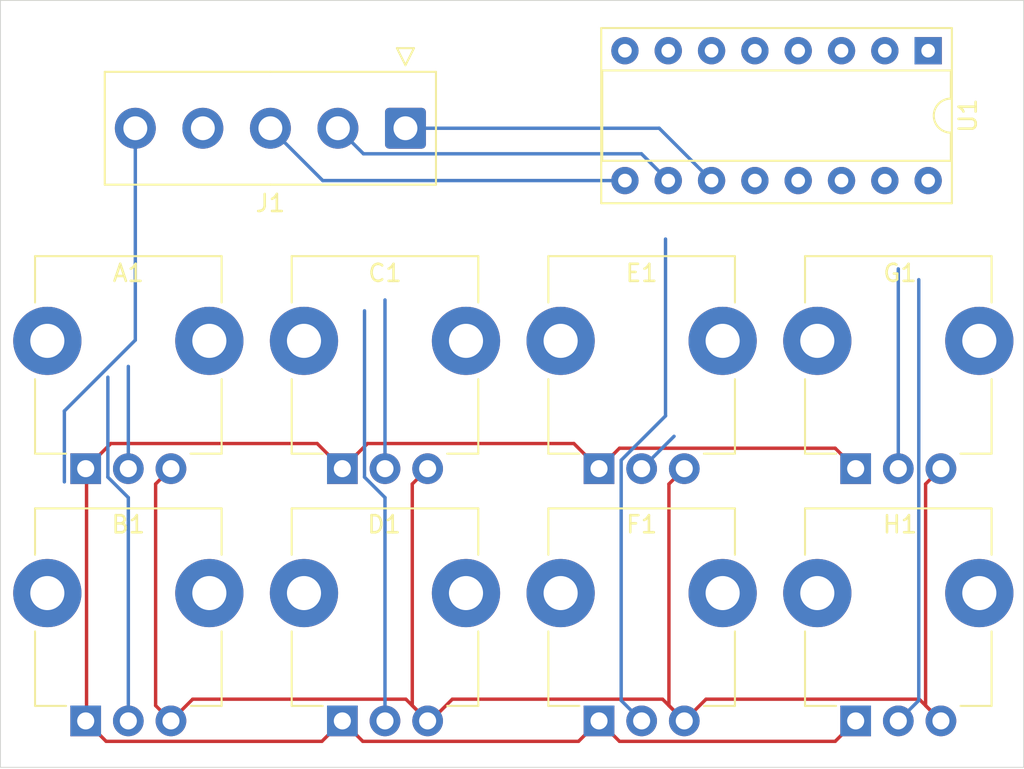
<source format=kicad_pcb>
(kicad_pcb (version 20240108) (generator "pcbnew") (generator_version "8.0")
  (layers (0 "F.Cu" signal) (31 "B.Cu" signal) (34 "B.Paste" user) (35 "F.Paste" user) (36 "B.SilkS" user "B.Silkscreen") (37 "F.SilkS" user "F.Silkscreen") (38 "B.Mask" user) (39 "F.Mask" user) (44 "Edge.Cuts" user))
  (net 0 "")
  (net 1 "Pot A")
  (net 2 "GND")
  (net 3 "+5V")
  (net 4 "Pot B")
  (net 5 "Pot C")
  (net 6 "Pot D")
  (net 7 "Pot E")
  (net 8 "Pot F")
  (net 9 "Pot G")
  (net 10 "Pot H")
  (net 16 "DA")
  (net 17 "DC")
  (net 18 "DB")
  (footprint "Potentiometer_THT:Potentiometer_TT_P0915N" (layer "F.Cu") (at 145.05 91.275)
    (property "Reference" "D1" (at 2.45 -11.525 0) (layer "F.SilkS"))
    (property "Value" "Pot")
    (fp_line (start -2.97 -12.47) (end -2.97 -9.75) (stroke (width 0.12)) (layer "F.SilkS"))
    (fp_line (start -2.97 -5.25) (end -2.97 -0.88) (stroke (width 0.12)) (layer "F.SilkS"))
    (fp_line (start -1.15 -0.88) (end -2.97 -0.88) (stroke (width 0.12)) (layer "F.SilkS"))
    (fp_line (start 7.97 -12.47) (end -2.97 -12.47) (stroke (width 0.12)) (layer "F.SilkS"))
    (fp_line (start 7.97 -12.47) (end 7.97 -9.75) (stroke (width 0.12)) (layer "F.SilkS"))
    (fp_line (start 7.97 -5.25) (end 7.97 -0.88) (stroke (width 0.12)) (layer "F.SilkS"))
    (fp_line (start 7.97 -0.88) (end 6.15 -0.88) (stroke (width 0.12)) (layer "F.SilkS"))
    (pad "" thru_hole oval (at -2.25 -7.5) (size 4 4) (drill 2) (layers "*.Cu" "*.Mask"))
    (pad "" thru_hole oval (at 7.25 -7.5) (size 4 4) (drill 2) (layers "*.Cu" "*.Mask"))
    (pad "1" thru_hole rect (at 0 0) (size 1.8 1.8) (drill 1) (layers "*.Cu" "*.Mask") (net 3 "+5V"))
    (pad "2" thru_hole circle (at 2.5 0) (size 1.8 1.8) (drill 1) (layers "*.Cu" "*.Mask") (net 6 "Pot D"))
    (pad "3" thru_hole circle (at 5 0) (size 1.8 1.8) (drill 1) (layers "*.Cu" "*.Mask") (net 2 "GND"))
  )
  (footprint "Potentiometer_THT:Potentiometer_TT_P0915N" (layer "F.Cu") (at 145.05 76.475)
    (property "Reference" "C1" (at 2.5 -11.475 0) (layer "F.SilkS"))
    (property "Value" "Pot")
    (fp_line (start -2.97 -12.47) (end -2.97 -9.75) (stroke (width 0.12)) (layer "F.SilkS"))
    (fp_line (start -2.97 -5.25) (end -2.97 -0.88) (stroke (width 0.12)) (layer "F.SilkS"))
    (fp_line (start -1.15 -0.88) (end -2.97 -0.88) (stroke (width 0.12)) (layer "F.SilkS"))
    (fp_line (start 7.97 -12.47) (end -2.97 -12.47) (stroke (width 0.12)) (layer "F.SilkS"))
    (fp_line (start 7.97 -12.47) (end 7.97 -9.75) (stroke (width 0.12)) (layer "F.SilkS"))
    (fp_line (start 7.97 -5.25) (end 7.97 -0.88) (stroke (width 0.12)) (layer "F.SilkS"))
    (fp_line (start 7.97 -0.88) (end 6.15 -0.88) (stroke (width 0.12)) (layer "F.SilkS"))
    (pad "" thru_hole oval (at -2.25 -7.5) (size 4 4) (drill 2) (layers "*.Cu" "*.Mask"))
    (pad "" thru_hole oval (at 7.25 -7.5) (size 4 4) (drill 2) (layers "*.Cu" "*.Mask"))
    (pad "1" thru_hole rect (at 0 0) (size 1.8 1.8) (drill 1) (layers "*.Cu" "*.Mask") (net 3 "+5V"))
    (pad "2" thru_hole circle (at 2.5 0) (size 1.8 1.8) (drill 1) (layers "*.Cu" "*.Mask") (net 5 "Pot C"))
    (pad "3" thru_hole circle (at 5 0) (size 1.8 1.8) (drill 1) (layers "*.Cu" "*.Mask") (net 2 "GND"))
  )
  (footprint "Potentiometer_THT:Potentiometer_TT_P0915N" (layer "F.Cu") (at 130 91.275)
    (property "Reference" "B1" (at 2.5 -11.525 0) (layer "F.SilkS"))
    (property "Value" "Pot")
    (fp_line (start -2.97 -12.47) (end -2.97 -9.75) (stroke (width 0.12)) (layer "F.SilkS"))
    (fp_line (start -2.97 -5.25) (end -2.97 -0.88) (stroke (width 0.12)) (layer "F.SilkS"))
    (fp_line (start -1.15 -0.88) (end -2.97 -0.88) (stroke (width 0.12)) (layer "F.SilkS"))
    (fp_line (start 7.97 -12.47) (end -2.97 -12.47) (stroke (width 0.12)) (layer "F.SilkS"))
    (fp_line (start 7.97 -12.47) (end 7.97 -9.75) (stroke (width 0.12)) (layer "F.SilkS"))
    (fp_line (start 7.97 -5.25) (end 7.97 -0.88) (stroke (width 0.12)) (layer "F.SilkS"))
    (fp_line (start 7.97 -0.88) (end 6.15 -0.88) (stroke (width 0.12)) (layer "F.SilkS"))
    (pad "" thru_hole oval (at -2.25 -7.5) (size 4 4) (drill 2) (layers "*.Cu" "*.Mask"))
    (pad "" thru_hole oval (at 7.25 -7.5) (size 4 4) (drill 2) (layers "*.Cu" "*.Mask"))
    (pad "1" thru_hole rect (at 0 0) (size 1.8 1.8) (drill 1) (layers "*.Cu" "*.Mask") (net 3 "+5V"))
    (pad "2" thru_hole circle (at 2.5 0) (size 1.8 1.8) (drill 1) (layers "*.Cu" "*.Mask") (net 4 "Pot B"))
    (pad "3" thru_hole circle (at 5 0) (size 1.8 1.8) (drill 1) (layers "*.Cu" "*.Mask") (net 2 "GND"))
  )
  (footprint "Potentiometer_THT:Potentiometer_TT_P0915N" (layer "F.Cu") (at 175.15 91.275)
    (property "Reference" "H1" (at 2.6 -11.525 0) (layer "F.SilkS"))
    (property "Value" "Pot")
    (fp_line (start -2.97 -12.47) (end -2.97 -9.75) (stroke (width 0.12)) (layer "F.SilkS"))
    (fp_line (start -2.97 -5.25) (end -2.97 -0.88) (stroke (width 0.12)) (layer "F.SilkS"))
    (fp_line (start -1.15 -0.88) (end -2.97 -0.88) (stroke (width 0.12)) (layer "F.SilkS"))
    (fp_line (start 7.97 -12.47) (end -2.97 -12.47) (stroke (width 0.12)) (layer "F.SilkS"))
    (fp_line (start 7.97 -12.47) (end 7.97 -9.75) (stroke (width 0.12)) (layer "F.SilkS"))
    (fp_line (start 7.97 -5.25) (end 7.97 -0.88) (stroke (width 0.12)) (layer "F.SilkS"))
    (fp_line (start 7.97 -0.88) (end 6.15 -0.88) (stroke (width 0.12)) (layer "F.SilkS"))
    (pad "" thru_hole oval (at -2.25 -7.5) (size 4 4) (drill 2) (layers "*.Cu" "*.Mask"))
    (pad "" thru_hole oval (at 7.25 -7.5) (size 4 4) (drill 2) (layers "*.Cu" "*.Mask"))
    (pad "1" thru_hole rect (at 0 0) (size 1.8 1.8) (drill 1) (layers "*.Cu" "*.Mask") (net 3 "+5V"))
    (pad "2" thru_hole circle (at 2.5 0) (size 1.8 1.8) (drill 1) (layers "*.Cu" "*.Mask") (net 10 "Pot H"))
    (pad "3" thru_hole circle (at 5 0) (size 1.8 1.8) (drill 1) (layers "*.Cu" "*.Mask") (net 2 "GND"))
  )
  (footprint "Package_DIP:DIP-16_W7.62mm_Socket" (layer "F.Cu") (at 179.4 51.95 -90)
    (property "Reference" "U1" (at 3.81 -2.33 90) (layer "F.SilkS"))
    (property "Value" "4051")
    (fp_line (start -1.33 19.17) (end 8.95 19.17) (stroke (width 0.12)) (layer "F.SilkS"))
    (fp_line (start 8.95 19.17) (end 8.95 -1.39) (stroke (width 0.12)) (layer "F.SilkS"))
    (fp_line (start 1.16 19.11) (end 6.46 19.11) (stroke (width 0.12)) (layer "F.SilkS"))
    (fp_line (start 6.46 19.11) (end 6.46 -1.33) (stroke (width 0.12)) (layer "F.SilkS"))
    (fp_line (start 1.16 -1.33) (end 1.16 19.11) (stroke (width 0.12)) (layer "F.SilkS"))
    (fp_line (start 2.81 -1.33) (end 1.16 -1.33) (stroke (width 0.12)) (layer "F.SilkS"))
    (fp_line (start 6.46 -1.33) (end 4.81 -1.33) (stroke (width 0.12)) (layer "F.SilkS"))
    (fp_line (start -1.33 -1.39) (end -1.33 19.17) (stroke (width 0.12)) (layer "F.SilkS"))
    (fp_line (start 8.95 -1.39) (end -1.33 -1.39) (stroke (width 0.12)) (layer "F.SilkS"))
    (fp_arc (start 4.81 -1.33) (mid 3.81 -0.33) (end 2.81 -1.33) (stroke (width 0.12)) (layer "F.SilkS"))
    (pad "1" thru_hole rect (at 0 0 270) (size 1.6 1.6) (drill 0.8) (layers "*.Cu" "*.Mask") (net 7 "Pot E"))
    (pad "2" thru_hole oval (at 0 2.54 270) (size 1.6 1.6) (drill 0.8) (layers "*.Cu" "*.Mask") (net 9 "Pot G"))
    (pad "3" thru_hole oval (at 0 5.08 270) (size 1.6 1.6) (drill 0.8) (layers "*.Cu" "*.Mask"))
    (pad "4" thru_hole oval (at 0 7.62 270) (size 1.6 1.6) (drill 0.8) (layers "*.Cu" "*.Mask") (net 10 "Pot H"))
    (pad "5" thru_hole oval (at 0 10.16 270) (size 1.6 1.6) (drill 0.8) (layers "*.Cu" "*.Mask") (net 8 "Pot F"))
    (pad "6" thru_hole oval (at 0 12.7 270) (size 1.6 1.6) (drill 0.8) (layers "*.Cu" "*.Mask"))
    (pad "7" thru_hole oval (at 0 15.24 270) (size 1.6 1.6) (drill 0.8) (layers "*.Cu" "*.Mask"))
    (pad "8" thru_hole oval (at 0 17.78 270) (size 1.6 1.6) (drill 0.8) (layers "*.Cu" "*.Mask"))
    (pad "9" thru_hole oval (at 7.62 17.78 270) (size 1.6 1.6) (drill 0.8) (layers "*.Cu" "*.Mask") (net 17 "DC"))
    (pad "10" thru_hole oval (at 7.62 15.24 270) (size 1.6 1.6) (drill 0.8) (layers "*.Cu" "*.Mask") (net 18 "DB"))
    (pad "11" thru_hole oval (at 7.62 12.7 270) (size 1.6 1.6) (drill 0.8) (layers "*.Cu" "*.Mask") (net 16 "DA"))
    (pad "12" thru_hole oval (at 7.62 10.16 270) (size 1.6 1.6) (drill 0.8) (layers "*.Cu" "*.Mask") (net 6 "Pot D"))
    (pad "13" thru_hole oval (at 7.62 7.62 270) (size 1.6 1.6) (drill 0.8) (layers "*.Cu" "*.Mask") (net 1 "Pot A"))
    (pad "14" thru_hole oval (at 7.62 5.08 270) (size 1.6 1.6) (drill 0.8) (layers "*.Cu" "*.Mask") (net 4 "Pot B"))
    (pad "15" thru_hole oval (at 7.62 2.54 270) (size 1.6 1.6) (drill 0.8) (layers "*.Cu" "*.Mask") (net 5 "Pot C"))
    (pad "16" thru_hole oval (at 7.62 0 270) (size 1.6 1.6) (drill 0.8) (layers "*.Cu" "*.Mask"))
  )
  (footprint "Potentiometer_THT:Potentiometer_TT_P0915N" (layer "F.Cu") (at 175.15 76.475)
    (property "Reference" "G1" (at 2.6 -11.475 0) (layer "F.SilkS"))
    (property "Value" "Pot")
    (fp_line (start -2.97 -12.47) (end -2.97 -9.75) (stroke (width 0.12)) (layer "F.SilkS"))
    (fp_line (start -2.97 -5.25) (end -2.97 -0.88) (stroke (width 0.12)) (layer "F.SilkS"))
    (fp_line (start -1.15 -0.88) (end -2.97 -0.88) (stroke (width 0.12)) (layer "F.SilkS"))
    (fp_line (start 7.97 -12.47) (end -2.97 -12.47) (stroke (width 0.12)) (layer "F.SilkS"))
    (fp_line (start 7.97 -12.47) (end 7.97 -9.75) (stroke (width 0.12)) (layer "F.SilkS"))
    (fp_line (start 7.97 -5.25) (end 7.97 -0.88) (stroke (width 0.12)) (layer "F.SilkS"))
    (fp_line (start 7.97 -0.88) (end 6.15 -0.88) (stroke (width 0.12)) (layer "F.SilkS"))
    (pad "" thru_hole oval (at -2.25 -7.5) (size 4 4) (drill 2) (layers "*.Cu" "*.Mask"))
    (pad "" thru_hole oval (at 7.25 -7.5) (size 4 4) (drill 2) (layers "*.Cu" "*.Mask"))
    (pad "1" thru_hole rect (at 0 0) (size 1.8 1.8) (drill 1) (layers "*.Cu" "*.Mask") (net 3 "+5V"))
    (pad "2" thru_hole circle (at 2.5 0) (size 1.8 1.8) (drill 1) (layers "*.Cu" "*.Mask") (net 9 "Pot G"))
    (pad "3" thru_hole circle (at 5 0) (size 1.8 1.8) (drill 1) (layers "*.Cu" "*.Mask") (net 2 "GND"))
  )
  (footprint "Potentiometer_THT:Potentiometer_TT_P0915N" (layer "F.Cu") (at 130 76.475)
    (property "Reference" "A1" (at 2.5 -11.475 0) (layer "F.SilkS"))
    (property "Value" "Pot")
    (fp_line (start -2.97 -12.47) (end -2.97 -9.75) (stroke (width 0.12)) (layer "F.SilkS"))
    (fp_line (start -2.97 -5.25) (end -2.97 -0.88) (stroke (width 0.12)) (layer "F.SilkS"))
    (fp_line (start -1.15 -0.88) (end -2.97 -0.88) (stroke (width 0.12)) (layer "F.SilkS"))
    (fp_line (start 7.97 -12.47) (end -2.97 -12.47) (stroke (width 0.12)) (layer "F.SilkS"))
    (fp_line (start 7.97 -12.47) (end 7.97 -9.75) (stroke (width 0.12)) (layer "F.SilkS"))
    (fp_line (start 7.97 -5.25) (end 7.97 -0.88) (stroke (width 0.12)) (layer "F.SilkS"))
    (fp_line (start 7.97 -0.88) (end 6.15 -0.88) (stroke (width 0.12)) (layer "F.SilkS"))
    (pad "" thru_hole oval (at -2.25 -7.5) (size 4 4) (drill 2) (layers "*.Cu" "*.Mask"))
    (pad "" thru_hole oval (at 7.25 -7.5) (size 4 4) (drill 2) (layers "*.Cu" "*.Mask"))
    (pad "1" thru_hole rect (at 0 0) (size 1.8 1.8) (drill 1) (layers "*.Cu" "*.Mask") (net 3 "+5V"))
    (pad "2" thru_hole circle (at 2.5 0) (size 1.8 1.8) (drill 1) (layers "*.Cu" "*.Mask") (net 1 "Pot A"))
    (pad "3" thru_hole circle (at 5 0) (size 1.8 1.8) (drill 1) (layers "*.Cu" "*.Mask") (net 2 "GND"))
  )
  (footprint "Potentiometer_THT:Potentiometer_TT_P0915N" (layer "F.Cu") (at 160.1 76.475)
    (property "Reference" "E1" (at 2.5 -11.475 0) (layer "F.SilkS"))
    (property "Value" "Pot")
    (fp_line (start -2.97 -12.47) (end -2.97 -9.75) (stroke (width 0.12)) (layer "F.SilkS"))
    (fp_line (start -2.97 -5.25) (end -2.97 -0.88) (stroke (width 0.12)) (layer "F.SilkS"))
    (fp_line (start -1.15 -0.88) (end -2.97 -0.88) (stroke (width 0.12)) (layer "F.SilkS"))
    (fp_line (start 7.97 -12.47) (end -2.97 -12.47) (stroke (width 0.12)) (layer "F.SilkS"))
    (fp_line (start 7.97 -12.47) (end 7.97 -9.75) (stroke (width 0.12)) (layer "F.SilkS"))
    (fp_line (start 7.97 -5.25) (end 7.97 -0.88) (stroke (width 0.12)) (layer "F.SilkS"))
    (fp_line (start 7.97 -0.88) (end 6.15 -0.88) (stroke (width 0.12)) (layer "F.SilkS"))
    (pad "" thru_hole oval (at -2.25 -7.5) (size 4 4) (drill 2) (layers "*.Cu" "*.Mask"))
    (pad "" thru_hole oval (at 7.25 -7.5) (size 4 4) (drill 2) (layers "*.Cu" "*.Mask"))
    (pad "1" thru_hole rect (at 0 0) (size 1.8 1.8) (drill 1) (layers "*.Cu" "*.Mask") (net 3 "+5V"))
    (pad "2" thru_hole circle (at 2.5 0) (size 1.8 1.8) (drill 1) (layers "*.Cu" "*.Mask") (net 7 "Pot E"))
    (pad "3" thru_hole circle (at 5 0) (size 1.8 1.8) (drill 1) (layers "*.Cu" "*.Mask") (net 2 "GND"))
  )
  (footprint "Potentiometer_THT:Potentiometer_TT_P0915N" (layer "F.Cu") (at 160.1 91.275)
    (property "Reference" "F1" (at 2.5 -11.525 0) (layer "F.SilkS"))
    (property "Value" "Pot")
    (fp_line (start -2.97 -12.47) (end -2.97 -9.75) (stroke (width 0.12)) (layer "F.SilkS"))
    (fp_line (start -2.97 -5.25) (end -2.97 -0.88) (stroke (width 0.12)) (layer "F.SilkS"))
    (fp_line (start -1.15 -0.88) (end -2.97 -0.88) (stroke (width 0.12)) (layer "F.SilkS"))
    (fp_line (start 7.97 -12.47) (end -2.97 -12.47) (stroke (width 0.12)) (layer "F.SilkS"))
    (fp_line (start 7.97 -12.47) (end 7.97 -9.75) (stroke (width 0.12)) (layer "F.SilkS"))
    (fp_line (start 7.97 -5.25) (end 7.97 -0.88) (stroke (width 0.12)) (layer "F.SilkS"))
    (fp_line (start 7.97 -0.88) (end 6.15 -0.88) (stroke (width 0.12)) (layer "F.SilkS"))
    (pad "" thru_hole oval (at -2.25 -7.5) (size 4 4) (drill 2) (layers "*.Cu" "*.Mask"))
    (pad "" thru_hole oval (at 7.25 -7.5) (size 4 4) (drill 2) (layers "*.Cu" "*.Mask"))
    (pad "1" thru_hole rect (at 0 0) (size 1.8 1.8) (drill 1) (layers "*.Cu" "*.Mask") (net 3 "+5V"))
    (pad "2" thru_hole circle (at 2.5 0) (size 1.8 1.8) (drill 1) (layers "*.Cu" "*.Mask") (net 8 "Pot F"))
    (pad "3" thru_hole circle (at 5 0) (size 1.8 1.8) (drill 1) (layers "*.Cu" "*.Mask") (net 2 "GND"))
  )
  (footprint "Connector_TE-Connectivity:TE_826576-5_1x05_P3.96mm_Vertical" (layer "F.Cu") (at 148.75 56.5 180)
    (property "Reference" "J1" (at 7.92 -4.4 360) (layer "F.SilkS"))
    (property "Value" "Conn_01x05_Socket")
    (fp_line (start 17.63 3.31) (end 7.92 3.31) (stroke (width 0.12)) (layer "F.SilkS"))
    (fp_line (start 17.63 -3.31) (end 17.63 3.31) (stroke (width 0.12)) (layer "F.SilkS"))
    (fp_line (start 7.92 -3.31) (end 17.63 -3.31) (stroke (width 0.12)) (layer "F.SilkS"))
    (fp_line (start 7.92 -3.31) (end -1.79 -3.31) (stroke (width 0.12)) (layer "F.SilkS"))
    (fp_line (start 0.5 4.7) (end -0.5 4.7) (stroke (width 0.12)) (layer "F.SilkS"))
    (fp_line (start 0 3.7) (end 0.5 4.7) (stroke (width 0.12)) (layer "F.SilkS"))
    (fp_line (start -0.5 4.7) (end 0 3.7) (stroke (width 0.12)) (layer "F.SilkS"))
    (fp_line (start -1.79 3.31) (end 7.92 3.31) (stroke (width 0.12)) (layer "F.SilkS"))
    (fp_line (start -1.79 -3.31) (end -1.79 3.31) (stroke (width 0.12)) (layer "F.SilkS"))
    (pad "1" thru_hole roundrect (at 0 0 180) (size 2.4 2.4) (drill 1.4) (layers "*.Cu" "*.Mask") (roundrect_rratio 0.104167) (net 16 "DA"))
    (pad "2" thru_hole circle (at 3.96 0 180) (size 2.4 2.4) (drill 1.4) (layers "*.Cu" "*.Mask") (net 18 "DB"))
    (pad "3" thru_hole circle (at 7.92 0 180) (size 2.4 2.4) (drill 1.4) (layers "*.Cu" "*.Mask") (net 17 "DC"))
    (pad "4" thru_hole circle (at 11.88 0 180) (size 2.4 2.4) (drill 1.4) (layers "*.Cu" "*.Mask") (net 3 "+5V"))
    (pad "5" thru_hole circle (at 15.84 0 180) (size 2.4 2.4) (drill 1.4) (layers "*.Cu" "*.Mask") (net 2 "GND"))
  )
  (gr_rect (start 125 49) (end 185 94) (stroke (width 0.05)) (fill none) (layer "Edge.Cuts"))
  (segment (start 132.5 76.475) (end 132.5 70.472308) (width 0.2) (layer "B.Cu") (net 1))
  (segment (start 165.1 91.275) (end 166.375 90) (width 0.2) (layer "F.Cu") (net 2))
  (segment (start 149.15 77.375) (end 149.15 90.375) (width 0.2) (layer "F.Cu") (net 2))
  (segment (start 163.825 90) (end 165.1 91.275) (width 0.2) (layer "F.Cu") (net 2))
  (segment (start 150.05 91.275) (end 150.225 91.275) (width 0.2) (layer "F.Cu") (net 2))
  (segment (start 134.1 77.375) (end 134.1 90.375) (width 0.2) (layer "F.Cu") (net 2))
  (segment (start 150.225 91.275) (end 151.5 90) (width 0.2) (layer "F.Cu") (net 2))
  (segment (start 165.1 76.475) (end 164.2 77.375) (width 0.2) (layer "F.Cu") (net 2))
  (segment (start 179.25 77.375) (end 179.25 90.375) (width 0.2) (layer "F.Cu") (net 2))
  (segment (start 178.875 90) (end 180.15 91.275) (width 0.2) (layer "F.Cu") (net 2))
  (segment (start 151.5 90) (end 163.825 90) (width 0.2) (layer "F.Cu") (net 2))
  (segment (start 148.775 90) (end 150.05 91.275) (width 0.2) (layer "F.Cu") (net 2))
  (segment (start 150.05 76.475) (end 149.15 77.375) (width 0.2) (layer "F.Cu") (net 2))
  (segment (start 149.15 90.375) (end 150.05 91.275) (width 0.2) (layer "F.Cu") (net 2))
  (segment (start 136.275 90) (end 148.775 90) (width 0.2) (layer "F.Cu") (net 2))
  (segment (start 134.1 90.375) (end 135 91.275) (width 0.2) (layer "F.Cu") (net 2))
  (segment (start 164.2 90.375) (end 165.1 91.275) (width 0.2) (layer "F.Cu") (net 2))
  (segment (start 166.375 90) (end 178.875 90) (width 0.2) (layer "F.Cu") (net 2))
  (segment (start 179.25 90.375) (end 180.15 91.275) (width 0.2) (layer "F.Cu") (net 2))
  (segment (start 164.2 77.375) (end 164.2 90.375) (width 0.2) (layer "F.Cu") (net 2))
  (segment (start 180.15 76.475) (end 179.25 77.375) (width 0.2) (layer "F.Cu") (net 2))
  (segment (start 135 76.475) (end 134.1 77.375) (width 0.2) (layer "F.Cu") (net 2))
  (segment (start 135 91.275) (end 136.275 90) (width 0.2) (layer "F.Cu") (net 2))
  (segment (start 128.75 73.090937) (end 128.75 77.25) (width 0.2) (layer "B.Cu") (net 2))
  (segment (start 132.91 68.930937) (end 128.75 73.090937) (width 0.2) (layer "B.Cu") (net 2))
  (segment (start 132.91 56.5) (end 132.91 68.930937) (width 0.2) (layer "B.Cu") (net 2))
  (segment (start 160.1 91.275) (end 161.3 92.475) (width 0.2) (layer "F.Cu") (net 3))
  (segment (start 146.525 75) (end 145.05 76.475) (width 0.2) (layer "F.Cu") (net 3))
  (segment (start 145.05 76.475) (end 143.575 75) (width 0.2) (layer "F.Cu") (net 3))
  (segment (start 145.05 91.275) (end 146.25 92.475) (width 0.2) (layer "F.Cu") (net 3))
  (segment (start 158.9 92.475) (end 160.1 91.275) (width 0.2) (layer "F.Cu") (net 3))
  (segment (start 161.3 75.275) (end 160.1 76.475) (width 0.2) (layer "F.Cu") (net 3))
  (segment (start 175.15 76.475) (end 173.95 75.275) (width 0.2) (layer "F.Cu") (net 3))
  (segment (start 130 76.475) (end 130.05 76.525) (width 0.2) (layer "F.Cu") (net 3))
  (segment (start 173.95 75.275) (end 161.3 75.275) (width 0.2) (layer "F.Cu") (net 3))
  (segment (start 131.475 75) (end 130 76.475) (width 0.2) (layer "F.Cu") (net 3))
  (segment (start 160.1 76.475) (end 158.625 75) (width 0.2) (layer "F.Cu") (net 3))
  (segment (start 143.575 75) (end 131.475 75) (width 0.2) (layer "F.Cu") (net 3))
  (segment (start 130.05 91.225) (end 130 91.275) (width 0.2) (layer "F.Cu") (net 3))
  (segment (start 131.2 92.475) (end 143.85 92.475) (width 0.2) (layer "F.Cu") (net 3))
  (segment (start 130.05 76.525) (end 130.05 91.225) (width 0.2) (layer "F.Cu") (net 3))
  (segment (start 161.3 92.475) (end 173.95 92.475) (width 0.2) (layer "F.Cu") (net 3))
  (segment (start 173.95 92.475) (end 175.15 91.275) (width 0.2) (layer "F.Cu") (net 3))
  (segment (start 130 91.275) (end 131.2 92.475) (width 0.2) (layer "F.Cu") (net 3))
  (segment (start 143.85 92.475) (end 145.05 91.275) (width 0.2) (layer "F.Cu") (net 3))
  (segment (start 146.25 92.475) (end 158.9 92.475) (width 0.2) (layer "F.Cu") (net 3))
  (segment (start 158.625 75) (end 146.525 75) (width 0.2) (layer "F.Cu") (net 3))
  (segment (start 131.3 76.972057) (end 131.3 71.106622) (width 0.2) (layer "B.Cu") (net 4))
  (segment (start 132.5 91.275) (end 132.5 78.172057) (width 0.2) (layer "B.Cu") (net 4))
  (segment (start 132.5 78.172057) (end 131.3 76.972057) (width 0.2) (layer "B.Cu") (net 4))
  (segment (start 147.55 76.475) (end 147.55 66.575686) (width 0.2) (layer "B.Cu") (net 5))
  (segment (start 147.55 91.275) (end 147.55 78.172057) (width 0.2) (layer "B.Cu") (net 6))
  (segment (start 147.55 78.172057) (end 146.35 76.972057) (width 0.2) (layer "B.Cu") (net 6))
  (segment (start 146.35 76.972057) (end 146.35 67.21) (width 0.2) (layer "B.Cu") (net 6))
  (segment (start 162.6 76.475) (end 164.5 74.575) (width 0.2) (layer "B.Cu") (net 7))
  (segment (start 164 73.377943) (end 164 63) (width 0.2) (layer "B.Cu") (net 8))
  (segment (start 161.4 75.977943) (end 164 73.377943) (width 0.2) (layer "B.Cu") (net 8))
  (segment (start 161.4 90.075) (end 161.4 75.977943) (width 0.2) (layer "B.Cu") (net 8))
  (segment (start 162.6 91.275) (end 161.4 90.075) (width 0.2) (layer "B.Cu") (net 8))
  (segment (start 177.65 76.475) (end 177.65 64.75) (width 0.2) (layer "B.Cu") (net 9))
  (segment (start 178.85 90.075) (end 178.85 65.384314) (width 0.2) (layer "B.Cu") (net 10))
  (segment (start 177.65 91.275) (end 178.85 90.075) (width 0.2) (layer "B.Cu") (net 10))
  (segment (start 163.63 56.5) (end 166.7 59.57) (width 0.2) (layer "B.Cu") (net 16))
  (segment (start 148.75 56.5) (end 163.63 56.5) (width 0.2) (layer "B.Cu") (net 16))
  (segment (start 140.83 56.5) (end 143.9 59.57) (width 0.2) (layer "B.Cu") (net 17))
  (segment (start 143.9 59.57) (end 161.62 59.57) (width 0.2) (layer "B.Cu") (net 17))
  (segment (start 146.29 58) (end 162.59 58) (width 0.2) (layer "B.Cu") (net 18))
  (segment (start 144.79 56.5) (end 146.29 58) (width 0.2) (layer "B.Cu") (net 18))
  (segment (start 162.59 58) (end 164.16 59.57) (width 0.2) (layer "B.Cu") (net 18))
)
</source>
